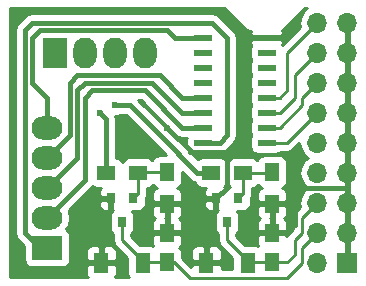
<source format=gbr>
%TF.GenerationSoftware,KiCad,Pcbnew,4.0.7*%
%TF.CreationDate,2018-08-19T23:23:26+02:00*%
%TF.ProjectId,HB-UNI-644-S4-A4,48422D554E492D3634342D53342D4134,2.0*%
%TF.FileFunction,Copper,L1,Top,Signal*%
%FSLAX46Y46*%
G04 Gerber Fmt 4.6, Leading zero omitted, Abs format (unit mm)*
G04 Created by KiCad (PCBNEW 4.0.7) date 08/19/18 23:23:26*
%MOMM*%
%LPD*%
G01*
G04 APERTURE LIST*
%ADD10C,0.100000*%
%ADD11R,1.700000X1.700000*%
%ADD12O,1.700000X1.700000*%
%ADD13R,1.250000X1.500000*%
%ADD14R,1.300000X1.700000*%
%ADD15R,2.000000X2.600000*%
%ADD16O,2.000000X2.600000*%
%ADD17R,2.600000X2.000000*%
%ADD18O,2.600000X2.000000*%
%ADD19R,0.800000X0.900000*%
%ADD20R,1.300000X1.500000*%
%ADD21R,1.500000X1.300000*%
%ADD22R,1.500000X0.600000*%
%ADD23C,0.600000*%
%ADD24C,0.400000*%
%ADD25C,0.250000*%
%ADD26C,0.254000*%
G04 APERTURE END LIST*
D10*
D11*
X118110000Y-104140000D03*
D12*
X115570000Y-104140000D03*
X118110000Y-101600000D03*
X115570000Y-101600000D03*
X118110000Y-99060000D03*
X115570000Y-99060000D03*
X118110000Y-96520000D03*
X115570000Y-96520000D03*
X118110000Y-93980000D03*
X115570000Y-93980000D03*
X118110000Y-91440000D03*
X115570000Y-91440000D03*
X118110000Y-88900000D03*
X115570000Y-88900000D03*
X118110000Y-86360000D03*
X115570000Y-86360000D03*
X118110000Y-83820000D03*
X115570000Y-83820000D03*
D13*
X102870000Y-104120000D03*
X102870000Y-101620000D03*
X111760000Y-104120000D03*
X111760000Y-101620000D03*
D14*
X100810000Y-104140000D03*
X97310000Y-104140000D03*
X109700000Y-104140000D03*
X106200000Y-104140000D03*
D15*
X93345000Y-86360000D03*
D16*
X95885000Y-86360000D03*
X98425000Y-86360000D03*
X100965000Y-86360000D03*
D17*
X92710000Y-102870000D03*
D18*
X92710000Y-100330000D03*
X92710000Y-97790000D03*
X92710000Y-95250000D03*
X92710000Y-92710000D03*
D19*
X100010000Y-98695000D03*
X98110000Y-98695000D03*
X99060000Y-100695000D03*
X108900000Y-98695000D03*
X107000000Y-98695000D03*
X107950000Y-100695000D03*
D20*
X102870000Y-96440000D03*
X102870000Y-99140000D03*
X111760000Y-96440000D03*
X111760000Y-99140000D03*
D21*
X97710000Y-96520000D03*
X100410000Y-96520000D03*
X106600000Y-96520000D03*
X109300000Y-96520000D03*
D22*
X111285000Y-93980000D03*
X111285000Y-92710000D03*
X111285000Y-91440000D03*
X111285000Y-90170000D03*
X111285000Y-88900000D03*
X111285000Y-87630000D03*
X111285000Y-86360000D03*
X111285000Y-85090000D03*
X105885000Y-85090000D03*
X105885000Y-86360000D03*
X105885000Y-87630000D03*
X105885000Y-88900000D03*
X105885000Y-90170000D03*
X105885000Y-91440000D03*
X105885000Y-92710000D03*
X105885000Y-93980000D03*
D23*
X113665000Y-84455000D03*
X96520000Y-98425000D03*
X95250000Y-104140000D03*
X95250000Y-100330000D03*
X99060000Y-104140000D03*
X113665000Y-100965000D03*
X113665000Y-97790000D03*
X105410000Y-101600000D03*
X105410000Y-99695000D03*
X99060000Y-92075000D03*
X99060000Y-94615000D03*
X101600000Y-99060000D03*
X113665000Y-95250000D03*
X109220000Y-92710000D03*
X102870000Y-92710000D03*
X109220000Y-90170000D03*
X109220000Y-87630000D03*
X109220000Y-85090000D03*
X97155000Y-91440000D03*
X98425000Y-90805000D03*
D24*
X98110000Y-98695000D02*
X96790000Y-98695000D01*
X96790000Y-98695000D02*
X96520000Y-98425000D01*
X95250000Y-100330000D02*
X95250000Y-104140000D01*
X113665000Y-97790000D02*
X113665000Y-100965000D01*
X118110000Y-96520000D02*
X118110000Y-97790000D01*
X118110000Y-97790000D02*
X113665000Y-97790000D01*
X105410000Y-99695000D02*
X105410000Y-101600000D01*
X102870000Y-99140000D02*
X101680000Y-99140000D01*
X101680000Y-99140000D02*
X101600000Y-99060000D01*
X107950000Y-94724998D02*
X107950000Y-97790000D01*
X107950000Y-97790000D02*
X107045000Y-98695000D01*
X107045000Y-98695000D02*
X107000000Y-98695000D01*
X109220000Y-94615000D02*
X109110002Y-94724998D01*
X109110002Y-94724998D02*
X107950000Y-94724998D01*
X107950000Y-94724998D02*
X104775000Y-94724998D01*
X109220000Y-92710000D02*
X109220000Y-94615000D01*
X104775000Y-94615000D02*
X102870000Y-92710000D01*
X104775000Y-94724998D02*
X104775000Y-94615000D01*
D25*
X102870000Y-96440000D02*
X100490000Y-96440000D01*
X100490000Y-96440000D02*
X100410000Y-96520000D01*
X100410000Y-96520000D02*
X100410000Y-98295000D01*
X100410000Y-98295000D02*
X100010000Y-98695000D01*
X109300000Y-96520000D02*
X111680000Y-96520000D01*
X111680000Y-96520000D02*
X111760000Y-96440000D01*
X109300000Y-96520000D02*
X109300000Y-98295000D01*
X109300000Y-98295000D02*
X108900000Y-98695000D01*
X102870000Y-104120000D02*
X103485000Y-104120000D01*
X103485000Y-104120000D02*
X104775000Y-105410000D01*
X114300000Y-102870000D02*
X115570000Y-101600000D01*
X114300000Y-104140000D02*
X114300000Y-102870000D01*
X113030000Y-105410000D02*
X114300000Y-104140000D01*
X104775000Y-105410000D02*
X113030000Y-105410000D01*
X102870000Y-104120000D02*
X100830000Y-104120000D01*
X100830000Y-104120000D02*
X100810000Y-104140000D01*
X100810000Y-104140000D02*
X100810000Y-103985000D01*
X100810000Y-103985000D02*
X99060000Y-102235000D01*
X99060000Y-102235000D02*
X99060000Y-100695000D01*
X113665000Y-102235000D02*
X114300000Y-101600000D01*
X114300000Y-100330000D02*
X115570000Y-99060000D01*
X114300000Y-101600000D02*
X114300000Y-100330000D01*
X111760000Y-104120000D02*
X113050000Y-104120000D01*
X113665000Y-103505000D02*
X113665000Y-102235000D01*
X113050000Y-104120000D02*
X113665000Y-103505000D01*
X111760000Y-104120000D02*
X111780000Y-104120000D01*
X111760000Y-104120000D02*
X109720000Y-104120000D01*
X109720000Y-104120000D02*
X109700000Y-104140000D01*
X109700000Y-104140000D02*
X109700000Y-103985000D01*
X109700000Y-103985000D02*
X107950000Y-102235000D01*
X107950000Y-102235000D02*
X107950000Y-100695000D01*
X111285000Y-93980000D02*
X113030000Y-93980000D01*
X113030000Y-93980000D02*
X115570000Y-91440000D01*
X111285000Y-92710000D02*
X112395000Y-92710000D01*
X114300000Y-90170000D02*
X115570000Y-88900000D01*
X114300000Y-90805000D02*
X114300000Y-90170000D01*
X112395000Y-92710000D02*
X114300000Y-90805000D01*
X111285000Y-91440000D02*
X112395000Y-91440000D01*
X113665000Y-88265000D02*
X115570000Y-86360000D01*
X113665000Y-90170000D02*
X113665000Y-88265000D01*
X112395000Y-91440000D02*
X113665000Y-90170000D01*
X115570000Y-83820000D02*
X113665000Y-85725000D01*
X112395000Y-90170000D02*
X113030000Y-89535000D01*
X113030000Y-89535000D02*
X113030000Y-86995000D01*
X112395000Y-90170000D02*
X111285000Y-90170000D01*
X113030000Y-86360000D02*
X113030000Y-86995000D01*
X113665000Y-85725000D02*
X113030000Y-86360000D01*
D24*
X97710000Y-91995000D02*
X97710000Y-96520000D01*
X97155000Y-91440000D02*
X97710000Y-91995000D01*
X98425000Y-90805000D02*
X99695000Y-90805000D01*
X99695000Y-90805000D02*
X102235000Y-93345000D01*
X106600000Y-96520000D02*
X105410000Y-96520000D01*
X105410000Y-96520000D02*
X102235000Y-93345000D01*
D25*
X106600000Y-96520000D02*
X106600000Y-96440000D01*
D24*
X92710000Y-102870000D02*
X92075000Y-102870000D01*
X92075000Y-102870000D02*
X90805000Y-101600000D01*
X90805000Y-101600000D02*
X90805000Y-84455000D01*
X90805000Y-84455000D02*
X91440000Y-83820000D01*
X91440000Y-83820000D02*
X106680000Y-83820000D01*
X106680000Y-83820000D02*
X107950000Y-85090000D01*
X107950000Y-85090000D02*
X107950000Y-93345000D01*
X107950000Y-93345000D02*
X107315000Y-93980000D01*
X107315000Y-93980000D02*
X105885000Y-93980000D01*
D25*
X106680000Y-83820000D02*
X107315000Y-84455000D01*
X107315000Y-84455000D02*
X107950000Y-85090000D01*
X90805000Y-84455000D02*
X90805000Y-101600000D01*
X105885000Y-93980000D02*
X107315000Y-93980000D01*
X107315000Y-93980000D02*
X107950000Y-93345000D01*
X107950000Y-93345000D02*
X107950000Y-85090000D01*
X92075000Y-102870000D02*
X90805000Y-101600000D01*
X90805000Y-84455000D02*
X91440000Y-83820000D01*
X91440000Y-83820000D02*
X106680000Y-83820000D01*
D24*
X96520000Y-89535000D02*
X97790000Y-89535000D01*
X92710000Y-100330000D02*
X95885000Y-97155000D01*
X95885000Y-97155000D02*
X95885000Y-90170000D01*
X95885000Y-90170000D02*
X96520000Y-89535000D01*
X100965000Y-89535000D02*
X97790000Y-89535000D01*
X105885000Y-92710000D02*
X104140000Y-92710000D01*
X104140000Y-92710000D02*
X100965000Y-89535000D01*
D25*
X95885000Y-90170000D02*
X96520000Y-89535000D01*
X95885000Y-97155000D02*
X95885000Y-90170000D01*
X100965000Y-89535000D02*
X104140000Y-92710000D01*
X97790000Y-89535000D02*
X100965000Y-89535000D01*
D24*
X105885000Y-91440000D02*
X104140000Y-91440000D01*
X104140000Y-91440000D02*
X101600000Y-88900000D01*
X101600000Y-88900000D02*
X95885000Y-88900000D01*
X95885000Y-88900000D02*
X95250000Y-89535000D01*
X95250000Y-89535000D02*
X95250000Y-95250000D01*
X95250000Y-95250000D02*
X92710000Y-97790000D01*
D25*
X101600000Y-88900000D02*
X95885000Y-88900000D01*
X104140000Y-91440000D02*
X101600000Y-88900000D01*
X95250000Y-95250000D02*
X92710000Y-97790000D01*
X95250000Y-89535000D02*
X95250000Y-95250000D01*
X95885000Y-88900000D02*
X95250000Y-89535000D01*
D24*
X94615000Y-93345000D02*
X94615000Y-88900000D01*
X94615000Y-88900000D02*
X95250000Y-88265000D01*
X95250000Y-88265000D02*
X102235000Y-88265000D01*
X102235000Y-88265000D02*
X104140000Y-90170000D01*
X104140000Y-90170000D02*
X105885000Y-90170000D01*
X92710000Y-95250000D02*
X93980000Y-93980000D01*
X93980000Y-93980000D02*
X94615000Y-93345000D01*
D25*
X104140000Y-90170000D02*
X105885000Y-90170000D01*
X102235000Y-88265000D02*
X104140000Y-90170000D01*
X95250000Y-88265000D02*
X102235000Y-88265000D01*
X94615000Y-88900000D02*
X95250000Y-88265000D01*
D24*
X92710000Y-92710000D02*
X92710000Y-90170000D01*
X92710000Y-90170000D02*
X91440000Y-88900000D01*
X91440000Y-88900000D02*
X91440000Y-85090000D01*
X91440000Y-85090000D02*
X92075000Y-84455000D01*
X92075000Y-84455000D02*
X102870000Y-84455000D01*
X102870000Y-84455000D02*
X103505000Y-85090000D01*
X103505000Y-85090000D02*
X105885000Y-85090000D01*
D25*
X103505000Y-85090000D02*
X105885000Y-85090000D01*
X102870000Y-84455000D02*
X103505000Y-85090000D01*
X92075000Y-84455000D02*
X102870000Y-84455000D01*
X91440000Y-85090000D02*
X92075000Y-84455000D01*
X91440000Y-88900000D02*
X91440000Y-85090000D01*
X92710000Y-90170000D02*
X91440000Y-88900000D01*
D26*
G36*
X109370632Y-84304368D02*
X109592862Y-84452857D01*
X109855000Y-84505000D01*
X109965732Y-84505000D01*
X109900000Y-84663690D01*
X109900000Y-84804250D01*
X110058750Y-84963000D01*
X111158000Y-84963000D01*
X111158000Y-84943000D01*
X111412000Y-84943000D01*
X111412000Y-84963000D01*
X112511250Y-84963000D01*
X112670000Y-84804250D01*
X112670000Y-84663690D01*
X112588339Y-84466542D01*
X112657138Y-84452857D01*
X112879368Y-84304368D01*
X114583736Y-82600000D01*
X114745196Y-82600000D01*
X114490853Y-82769946D01*
X114168946Y-83251715D01*
X114055907Y-83820000D01*
X114128790Y-84186408D01*
X112580353Y-85734845D01*
X112579822Y-85734020D01*
X112670000Y-85516310D01*
X112670000Y-85375750D01*
X112511250Y-85217000D01*
X111412000Y-85217000D01*
X111412000Y-85237000D01*
X111158000Y-85237000D01*
X111158000Y-85217000D01*
X110058750Y-85217000D01*
X109900000Y-85375750D01*
X109900000Y-85516310D01*
X109989806Y-85733122D01*
X109938569Y-85808110D01*
X109887560Y-86060000D01*
X109887560Y-86660000D01*
X109931838Y-86895317D01*
X109995678Y-86994528D01*
X109938569Y-87078110D01*
X109887560Y-87330000D01*
X109887560Y-87930000D01*
X109931838Y-88165317D01*
X109995678Y-88264528D01*
X109938569Y-88348110D01*
X109887560Y-88600000D01*
X109887560Y-89200000D01*
X109931838Y-89435317D01*
X109995678Y-89534528D01*
X109938569Y-89618110D01*
X109887560Y-89870000D01*
X109887560Y-90470000D01*
X109931838Y-90705317D01*
X109995678Y-90804528D01*
X109938569Y-90888110D01*
X109887560Y-91140000D01*
X109887560Y-91740000D01*
X109931838Y-91975317D01*
X109995678Y-92074528D01*
X109938569Y-92158110D01*
X109887560Y-92410000D01*
X109887560Y-93010000D01*
X109931838Y-93245317D01*
X109995678Y-93344528D01*
X109938569Y-93428110D01*
X109887560Y-93680000D01*
X109887560Y-94280000D01*
X109931838Y-94515317D01*
X110070910Y-94731441D01*
X110283110Y-94876431D01*
X110535000Y-94927440D01*
X112035000Y-94927440D01*
X112270317Y-94883162D01*
X112486441Y-94744090D01*
X112489236Y-94740000D01*
X113030000Y-94740000D01*
X113320839Y-94682148D01*
X113567401Y-94517401D01*
X114064019Y-94020783D01*
X114168946Y-94548285D01*
X114490853Y-95030054D01*
X114820026Y-95250000D01*
X114490853Y-95469946D01*
X114168946Y-95951715D01*
X114055907Y-96520000D01*
X114168946Y-97088285D01*
X114490853Y-97570054D01*
X114820026Y-97790000D01*
X114490853Y-98009946D01*
X114168946Y-98491715D01*
X114055907Y-99060000D01*
X114128790Y-99426408D01*
X113762599Y-99792599D01*
X113597852Y-100039161D01*
X113540000Y-100330000D01*
X113540000Y-101285198D01*
X113127599Y-101697599D01*
X113001128Y-101886878D01*
X112861250Y-101747000D01*
X111887000Y-101747000D01*
X111887000Y-101767000D01*
X111633000Y-101767000D01*
X111633000Y-101747000D01*
X110658750Y-101747000D01*
X110500000Y-101905750D01*
X110500000Y-102496309D01*
X110579860Y-102689108D01*
X110350000Y-102642560D01*
X109432362Y-102642560D01*
X108710000Y-101920198D01*
X108710000Y-101667931D01*
X108801441Y-101609090D01*
X108946431Y-101396890D01*
X108997440Y-101145000D01*
X108997440Y-100245000D01*
X108953162Y-100009683D01*
X108814090Y-99793559D01*
X108812452Y-99792440D01*
X109300000Y-99792440D01*
X109535317Y-99748162D01*
X109751441Y-99609090D01*
X109876711Y-99425750D01*
X110475000Y-99425750D01*
X110475000Y-100016309D01*
X110571673Y-100249698D01*
X110714474Y-100392500D01*
X110596673Y-100510302D01*
X110500000Y-100743691D01*
X110500000Y-101334250D01*
X110658750Y-101493000D01*
X111633000Y-101493000D01*
X111633000Y-100393750D01*
X111619250Y-100380000D01*
X111633000Y-100366250D01*
X111633000Y-99267000D01*
X111887000Y-99267000D01*
X111887000Y-100366250D01*
X111900750Y-100380000D01*
X111887000Y-100393750D01*
X111887000Y-101493000D01*
X112861250Y-101493000D01*
X113020000Y-101334250D01*
X113020000Y-100743691D01*
X112923327Y-100510302D01*
X112805526Y-100392500D01*
X112948327Y-100249698D01*
X113045000Y-100016309D01*
X113045000Y-99425750D01*
X112886250Y-99267000D01*
X111887000Y-99267000D01*
X111633000Y-99267000D01*
X110633750Y-99267000D01*
X110475000Y-99425750D01*
X109876711Y-99425750D01*
X109896431Y-99396890D01*
X109947440Y-99145000D01*
X109947440Y-98667716D01*
X110002148Y-98585840D01*
X110020784Y-98492148D01*
X110060000Y-98295000D01*
X110060000Y-97815558D01*
X110285317Y-97773162D01*
X110501441Y-97634090D01*
X110573406Y-97528766D01*
X110645910Y-97641441D01*
X110858110Y-97786431D01*
X110891490Y-97793191D01*
X110750301Y-97851673D01*
X110571673Y-98030302D01*
X110475000Y-98263691D01*
X110475000Y-98854250D01*
X110633750Y-99013000D01*
X111633000Y-99013000D01*
X111633000Y-98993000D01*
X111887000Y-98993000D01*
X111887000Y-99013000D01*
X112886250Y-99013000D01*
X113045000Y-98854250D01*
X113045000Y-98263691D01*
X112948327Y-98030302D01*
X112769699Y-97851673D01*
X112633713Y-97795346D01*
X112645317Y-97793162D01*
X112861441Y-97654090D01*
X113006431Y-97441890D01*
X113057440Y-97190000D01*
X113057440Y-95690000D01*
X113013162Y-95454683D01*
X112874090Y-95238559D01*
X112661890Y-95093569D01*
X112410000Y-95042560D01*
X111110000Y-95042560D01*
X110874683Y-95086838D01*
X110658559Y-95225910D01*
X110520316Y-95428235D01*
X110514090Y-95418559D01*
X110301890Y-95273569D01*
X110050000Y-95222560D01*
X108550000Y-95222560D01*
X108314683Y-95266838D01*
X108098559Y-95405910D01*
X107953569Y-95618110D01*
X107950919Y-95631197D01*
X107814090Y-95418559D01*
X107601890Y-95273569D01*
X107350000Y-95222560D01*
X105850000Y-95222560D01*
X105614683Y-95266838D01*
X105446152Y-95375284D01*
X104963598Y-94892730D01*
X105135000Y-94927440D01*
X106635000Y-94927440D01*
X106870317Y-94883162D01*
X106976244Y-94815000D01*
X107315000Y-94815000D01*
X107634541Y-94751439D01*
X107905434Y-94570434D01*
X108540434Y-93935434D01*
X108721440Y-93664540D01*
X108785000Y-93345000D01*
X108785000Y-85090000D01*
X108721439Y-84770459D01*
X108540434Y-84499566D01*
X107270434Y-83229566D01*
X106999541Y-83048561D01*
X106680000Y-82985000D01*
X91440000Y-82985000D01*
X91120460Y-83048560D01*
X90849566Y-83229566D01*
X90214566Y-83864566D01*
X90033561Y-84135459D01*
X89970000Y-84455000D01*
X89970000Y-101600000D01*
X90033561Y-101919541D01*
X90199477Y-102167852D01*
X90214566Y-102190434D01*
X90762560Y-102738428D01*
X90762560Y-103870000D01*
X90806838Y-104105317D01*
X90945910Y-104321441D01*
X91158110Y-104466431D01*
X91410000Y-104517440D01*
X94010000Y-104517440D01*
X94245317Y-104473162D01*
X94461441Y-104334090D01*
X94606431Y-104121890D01*
X94657440Y-103870000D01*
X94657440Y-103163690D01*
X96025000Y-103163690D01*
X96025000Y-103854250D01*
X96183750Y-104013000D01*
X97183000Y-104013000D01*
X97183000Y-102813750D01*
X97437000Y-102813750D01*
X97437000Y-104013000D01*
X98436250Y-104013000D01*
X98595000Y-103854250D01*
X98595000Y-103163690D01*
X98498327Y-102930301D01*
X98319698Y-102751673D01*
X98086309Y-102655000D01*
X97595750Y-102655000D01*
X97437000Y-102813750D01*
X97183000Y-102813750D01*
X97024250Y-102655000D01*
X96533691Y-102655000D01*
X96300302Y-102751673D01*
X96121673Y-102930301D01*
X96025000Y-103163690D01*
X94657440Y-103163690D01*
X94657440Y-101870000D01*
X94613162Y-101634683D01*
X94474090Y-101418559D01*
X94319671Y-101313049D01*
X94558452Y-100955687D01*
X94682909Y-100330000D01*
X94558452Y-99704313D01*
X94541670Y-99679198D01*
X95240118Y-98980750D01*
X97075000Y-98980750D01*
X97075000Y-99271309D01*
X97171673Y-99504698D01*
X97350301Y-99683327D01*
X97583690Y-99780000D01*
X97824250Y-99780000D01*
X97983000Y-99621250D01*
X97983000Y-98822000D01*
X97233750Y-98822000D01*
X97075000Y-98980750D01*
X95240118Y-98980750D01*
X96475434Y-97745434D01*
X96501333Y-97706673D01*
X96538733Y-97650701D01*
X96708110Y-97766431D01*
X96960000Y-97817440D01*
X97239535Y-97817440D01*
X97171673Y-97885302D01*
X97075000Y-98118691D01*
X97075000Y-98409250D01*
X97233750Y-98568000D01*
X97983000Y-98568000D01*
X97983000Y-98548000D01*
X98237000Y-98548000D01*
X98237000Y-98568000D01*
X98257000Y-98568000D01*
X98257000Y-98822000D01*
X98237000Y-98822000D01*
X98237000Y-99621250D01*
X98323012Y-99707262D01*
X98208559Y-99780910D01*
X98063569Y-99993110D01*
X98012560Y-100245000D01*
X98012560Y-101145000D01*
X98056838Y-101380317D01*
X98195910Y-101596441D01*
X98300000Y-101667563D01*
X98300000Y-102235000D01*
X98357852Y-102525839D01*
X98522599Y-102772401D01*
X99512560Y-103762362D01*
X99512560Y-104990000D01*
X99556838Y-105225317D01*
X99643504Y-105360000D01*
X98488026Y-105360000D01*
X98498327Y-105349699D01*
X98595000Y-105116310D01*
X98595000Y-104425750D01*
X98436250Y-104267000D01*
X97437000Y-104267000D01*
X97437000Y-104287000D01*
X97183000Y-104287000D01*
X97183000Y-104267000D01*
X96183750Y-104267000D01*
X96025000Y-104425750D01*
X96025000Y-105116310D01*
X96121673Y-105349699D01*
X96131974Y-105360000D01*
X89585000Y-105360000D01*
X89585000Y-82600000D01*
X107666264Y-82600000D01*
X109370632Y-84304368D01*
X109370632Y-84304368D01*
G37*
X109370632Y-84304368D02*
X109592862Y-84452857D01*
X109855000Y-84505000D01*
X109965732Y-84505000D01*
X109900000Y-84663690D01*
X109900000Y-84804250D01*
X110058750Y-84963000D01*
X111158000Y-84963000D01*
X111158000Y-84943000D01*
X111412000Y-84943000D01*
X111412000Y-84963000D01*
X112511250Y-84963000D01*
X112670000Y-84804250D01*
X112670000Y-84663690D01*
X112588339Y-84466542D01*
X112657138Y-84452857D01*
X112879368Y-84304368D01*
X114583736Y-82600000D01*
X114745196Y-82600000D01*
X114490853Y-82769946D01*
X114168946Y-83251715D01*
X114055907Y-83820000D01*
X114128790Y-84186408D01*
X112580353Y-85734845D01*
X112579822Y-85734020D01*
X112670000Y-85516310D01*
X112670000Y-85375750D01*
X112511250Y-85217000D01*
X111412000Y-85217000D01*
X111412000Y-85237000D01*
X111158000Y-85237000D01*
X111158000Y-85217000D01*
X110058750Y-85217000D01*
X109900000Y-85375750D01*
X109900000Y-85516310D01*
X109989806Y-85733122D01*
X109938569Y-85808110D01*
X109887560Y-86060000D01*
X109887560Y-86660000D01*
X109931838Y-86895317D01*
X109995678Y-86994528D01*
X109938569Y-87078110D01*
X109887560Y-87330000D01*
X109887560Y-87930000D01*
X109931838Y-88165317D01*
X109995678Y-88264528D01*
X109938569Y-88348110D01*
X109887560Y-88600000D01*
X109887560Y-89200000D01*
X109931838Y-89435317D01*
X109995678Y-89534528D01*
X109938569Y-89618110D01*
X109887560Y-89870000D01*
X109887560Y-90470000D01*
X109931838Y-90705317D01*
X109995678Y-90804528D01*
X109938569Y-90888110D01*
X109887560Y-91140000D01*
X109887560Y-91740000D01*
X109931838Y-91975317D01*
X109995678Y-92074528D01*
X109938569Y-92158110D01*
X109887560Y-92410000D01*
X109887560Y-93010000D01*
X109931838Y-93245317D01*
X109995678Y-93344528D01*
X109938569Y-93428110D01*
X109887560Y-93680000D01*
X109887560Y-94280000D01*
X109931838Y-94515317D01*
X110070910Y-94731441D01*
X110283110Y-94876431D01*
X110535000Y-94927440D01*
X112035000Y-94927440D01*
X112270317Y-94883162D01*
X112486441Y-94744090D01*
X112489236Y-94740000D01*
X113030000Y-94740000D01*
X113320839Y-94682148D01*
X113567401Y-94517401D01*
X114064019Y-94020783D01*
X114168946Y-94548285D01*
X114490853Y-95030054D01*
X114820026Y-95250000D01*
X114490853Y-95469946D01*
X114168946Y-95951715D01*
X114055907Y-96520000D01*
X114168946Y-97088285D01*
X114490853Y-97570054D01*
X114820026Y-97790000D01*
X114490853Y-98009946D01*
X114168946Y-98491715D01*
X114055907Y-99060000D01*
X114128790Y-99426408D01*
X113762599Y-99792599D01*
X113597852Y-100039161D01*
X113540000Y-100330000D01*
X113540000Y-101285198D01*
X113127599Y-101697599D01*
X113001128Y-101886878D01*
X112861250Y-101747000D01*
X111887000Y-101747000D01*
X111887000Y-101767000D01*
X111633000Y-101767000D01*
X111633000Y-101747000D01*
X110658750Y-101747000D01*
X110500000Y-101905750D01*
X110500000Y-102496309D01*
X110579860Y-102689108D01*
X110350000Y-102642560D01*
X109432362Y-102642560D01*
X108710000Y-101920198D01*
X108710000Y-101667931D01*
X108801441Y-101609090D01*
X108946431Y-101396890D01*
X108997440Y-101145000D01*
X108997440Y-100245000D01*
X108953162Y-100009683D01*
X108814090Y-99793559D01*
X108812452Y-99792440D01*
X109300000Y-99792440D01*
X109535317Y-99748162D01*
X109751441Y-99609090D01*
X109876711Y-99425750D01*
X110475000Y-99425750D01*
X110475000Y-100016309D01*
X110571673Y-100249698D01*
X110714474Y-100392500D01*
X110596673Y-100510302D01*
X110500000Y-100743691D01*
X110500000Y-101334250D01*
X110658750Y-101493000D01*
X111633000Y-101493000D01*
X111633000Y-100393750D01*
X111619250Y-100380000D01*
X111633000Y-100366250D01*
X111633000Y-99267000D01*
X111887000Y-99267000D01*
X111887000Y-100366250D01*
X111900750Y-100380000D01*
X111887000Y-100393750D01*
X111887000Y-101493000D01*
X112861250Y-101493000D01*
X113020000Y-101334250D01*
X113020000Y-100743691D01*
X112923327Y-100510302D01*
X112805526Y-100392500D01*
X112948327Y-100249698D01*
X113045000Y-100016309D01*
X113045000Y-99425750D01*
X112886250Y-99267000D01*
X111887000Y-99267000D01*
X111633000Y-99267000D01*
X110633750Y-99267000D01*
X110475000Y-99425750D01*
X109876711Y-99425750D01*
X109896431Y-99396890D01*
X109947440Y-99145000D01*
X109947440Y-98667716D01*
X110002148Y-98585840D01*
X110020784Y-98492148D01*
X110060000Y-98295000D01*
X110060000Y-97815558D01*
X110285317Y-97773162D01*
X110501441Y-97634090D01*
X110573406Y-97528766D01*
X110645910Y-97641441D01*
X110858110Y-97786431D01*
X110891490Y-97793191D01*
X110750301Y-97851673D01*
X110571673Y-98030302D01*
X110475000Y-98263691D01*
X110475000Y-98854250D01*
X110633750Y-99013000D01*
X111633000Y-99013000D01*
X111633000Y-98993000D01*
X111887000Y-98993000D01*
X111887000Y-99013000D01*
X112886250Y-99013000D01*
X113045000Y-98854250D01*
X113045000Y-98263691D01*
X112948327Y-98030302D01*
X112769699Y-97851673D01*
X112633713Y-97795346D01*
X112645317Y-97793162D01*
X112861441Y-97654090D01*
X113006431Y-97441890D01*
X113057440Y-97190000D01*
X113057440Y-95690000D01*
X113013162Y-95454683D01*
X112874090Y-95238559D01*
X112661890Y-95093569D01*
X112410000Y-95042560D01*
X111110000Y-95042560D01*
X110874683Y-95086838D01*
X110658559Y-95225910D01*
X110520316Y-95428235D01*
X110514090Y-95418559D01*
X110301890Y-95273569D01*
X110050000Y-95222560D01*
X108550000Y-95222560D01*
X108314683Y-95266838D01*
X108098559Y-95405910D01*
X107953569Y-95618110D01*
X107950919Y-95631197D01*
X107814090Y-95418559D01*
X107601890Y-95273569D01*
X107350000Y-95222560D01*
X105850000Y-95222560D01*
X105614683Y-95266838D01*
X105446152Y-95375284D01*
X104963598Y-94892730D01*
X105135000Y-94927440D01*
X106635000Y-94927440D01*
X106870317Y-94883162D01*
X106976244Y-94815000D01*
X107315000Y-94815000D01*
X107634541Y-94751439D01*
X107905434Y-94570434D01*
X108540434Y-93935434D01*
X108721440Y-93664540D01*
X108785000Y-93345000D01*
X108785000Y-85090000D01*
X108721439Y-84770459D01*
X108540434Y-84499566D01*
X107270434Y-83229566D01*
X106999541Y-83048561D01*
X106680000Y-82985000D01*
X91440000Y-82985000D01*
X91120460Y-83048560D01*
X90849566Y-83229566D01*
X90214566Y-83864566D01*
X90033561Y-84135459D01*
X89970000Y-84455000D01*
X89970000Y-101600000D01*
X90033561Y-101919541D01*
X90199477Y-102167852D01*
X90214566Y-102190434D01*
X90762560Y-102738428D01*
X90762560Y-103870000D01*
X90806838Y-104105317D01*
X90945910Y-104321441D01*
X91158110Y-104466431D01*
X91410000Y-104517440D01*
X94010000Y-104517440D01*
X94245317Y-104473162D01*
X94461441Y-104334090D01*
X94606431Y-104121890D01*
X94657440Y-103870000D01*
X94657440Y-103163690D01*
X96025000Y-103163690D01*
X96025000Y-103854250D01*
X96183750Y-104013000D01*
X97183000Y-104013000D01*
X97183000Y-102813750D01*
X97437000Y-102813750D01*
X97437000Y-104013000D01*
X98436250Y-104013000D01*
X98595000Y-103854250D01*
X98595000Y-103163690D01*
X98498327Y-102930301D01*
X98319698Y-102751673D01*
X98086309Y-102655000D01*
X97595750Y-102655000D01*
X97437000Y-102813750D01*
X97183000Y-102813750D01*
X97024250Y-102655000D01*
X96533691Y-102655000D01*
X96300302Y-102751673D01*
X96121673Y-102930301D01*
X96025000Y-103163690D01*
X94657440Y-103163690D01*
X94657440Y-101870000D01*
X94613162Y-101634683D01*
X94474090Y-101418559D01*
X94319671Y-101313049D01*
X94558452Y-100955687D01*
X94682909Y-100330000D01*
X94558452Y-99704313D01*
X94541670Y-99679198D01*
X95240118Y-98980750D01*
X97075000Y-98980750D01*
X97075000Y-99271309D01*
X97171673Y-99504698D01*
X97350301Y-99683327D01*
X97583690Y-99780000D01*
X97824250Y-99780000D01*
X97983000Y-99621250D01*
X97983000Y-98822000D01*
X97233750Y-98822000D01*
X97075000Y-98980750D01*
X95240118Y-98980750D01*
X96475434Y-97745434D01*
X96501333Y-97706673D01*
X96538733Y-97650701D01*
X96708110Y-97766431D01*
X96960000Y-97817440D01*
X97239535Y-97817440D01*
X97171673Y-97885302D01*
X97075000Y-98118691D01*
X97075000Y-98409250D01*
X97233750Y-98568000D01*
X97983000Y-98568000D01*
X97983000Y-98548000D01*
X98237000Y-98548000D01*
X98237000Y-98568000D01*
X98257000Y-98568000D01*
X98257000Y-98822000D01*
X98237000Y-98822000D01*
X98237000Y-99621250D01*
X98323012Y-99707262D01*
X98208559Y-99780910D01*
X98063569Y-99993110D01*
X98012560Y-100245000D01*
X98012560Y-101145000D01*
X98056838Y-101380317D01*
X98195910Y-101596441D01*
X98300000Y-101667563D01*
X98300000Y-102235000D01*
X98357852Y-102525839D01*
X98522599Y-102772401D01*
X99512560Y-103762362D01*
X99512560Y-104990000D01*
X99556838Y-105225317D01*
X99643504Y-105360000D01*
X98488026Y-105360000D01*
X98498327Y-105349699D01*
X98595000Y-105116310D01*
X98595000Y-104425750D01*
X98436250Y-104267000D01*
X97437000Y-104267000D01*
X97437000Y-104287000D01*
X97183000Y-104287000D01*
X97183000Y-104267000D01*
X96183750Y-104267000D01*
X96025000Y-104425750D01*
X96025000Y-105116310D01*
X96121673Y-105349699D01*
X96131974Y-105360000D01*
X89585000Y-105360000D01*
X89585000Y-82600000D01*
X107666264Y-82600000D01*
X109370632Y-84304368D01*
G36*
X104819566Y-97110434D02*
X105090459Y-97291439D01*
X105230658Y-97319326D01*
X105246838Y-97405317D01*
X105385910Y-97621441D01*
X105598110Y-97766431D01*
X105850000Y-97817440D01*
X106129535Y-97817440D01*
X106061673Y-97885302D01*
X105965000Y-98118691D01*
X105965000Y-98409250D01*
X106123750Y-98568000D01*
X106873000Y-98568000D01*
X106873000Y-98548000D01*
X107127000Y-98548000D01*
X107127000Y-98568000D01*
X107147000Y-98568000D01*
X107147000Y-98822000D01*
X107127000Y-98822000D01*
X107127000Y-99621250D01*
X107213012Y-99707262D01*
X107098559Y-99780910D01*
X106953569Y-99993110D01*
X106902560Y-100245000D01*
X106902560Y-101145000D01*
X106946838Y-101380317D01*
X107085910Y-101596441D01*
X107190000Y-101667563D01*
X107190000Y-102235000D01*
X107247852Y-102525839D01*
X107412599Y-102772401D01*
X108402560Y-103762362D01*
X108402560Y-104650000D01*
X107485000Y-104650000D01*
X107485000Y-104425750D01*
X107326250Y-104267000D01*
X106327000Y-104267000D01*
X106327000Y-104287000D01*
X106073000Y-104287000D01*
X106073000Y-104267000D01*
X105073750Y-104267000D01*
X104915000Y-104425750D01*
X104915000Y-104475197D01*
X104142440Y-103702638D01*
X104142440Y-103370000D01*
X104103621Y-103163690D01*
X104915000Y-103163690D01*
X104915000Y-103854250D01*
X105073750Y-104013000D01*
X106073000Y-104013000D01*
X106073000Y-102813750D01*
X106327000Y-102813750D01*
X106327000Y-104013000D01*
X107326250Y-104013000D01*
X107485000Y-103854250D01*
X107485000Y-103163690D01*
X107388327Y-102930301D01*
X107209698Y-102751673D01*
X106976309Y-102655000D01*
X106485750Y-102655000D01*
X106327000Y-102813750D01*
X106073000Y-102813750D01*
X105914250Y-102655000D01*
X105423691Y-102655000D01*
X105190302Y-102751673D01*
X105011673Y-102930301D01*
X104915000Y-103163690D01*
X104103621Y-103163690D01*
X104098162Y-103134683D01*
X103959090Y-102918559D01*
X103890994Y-102872031D01*
X104033327Y-102729698D01*
X104130000Y-102496309D01*
X104130000Y-101905750D01*
X103971250Y-101747000D01*
X102997000Y-101747000D01*
X102997000Y-101767000D01*
X102743000Y-101767000D01*
X102743000Y-101747000D01*
X101768750Y-101747000D01*
X101610000Y-101905750D01*
X101610000Y-102496309D01*
X101689860Y-102689108D01*
X101460000Y-102642560D01*
X100542362Y-102642560D01*
X99820000Y-101920198D01*
X99820000Y-101667931D01*
X99911441Y-101609090D01*
X100056431Y-101396890D01*
X100107440Y-101145000D01*
X100107440Y-100245000D01*
X100063162Y-100009683D01*
X99924090Y-99793559D01*
X99922452Y-99792440D01*
X100410000Y-99792440D01*
X100645317Y-99748162D01*
X100861441Y-99609090D01*
X100986711Y-99425750D01*
X101585000Y-99425750D01*
X101585000Y-100016309D01*
X101681673Y-100249698D01*
X101824474Y-100392500D01*
X101706673Y-100510302D01*
X101610000Y-100743691D01*
X101610000Y-101334250D01*
X101768750Y-101493000D01*
X102743000Y-101493000D01*
X102743000Y-100393750D01*
X102729250Y-100380000D01*
X102743000Y-100366250D01*
X102743000Y-99267000D01*
X102997000Y-99267000D01*
X102997000Y-100366250D01*
X103010750Y-100380000D01*
X102997000Y-100393750D01*
X102997000Y-101493000D01*
X103971250Y-101493000D01*
X104130000Y-101334250D01*
X104130000Y-100743691D01*
X104033327Y-100510302D01*
X103915526Y-100392500D01*
X104058327Y-100249698D01*
X104155000Y-100016309D01*
X104155000Y-99425750D01*
X103996250Y-99267000D01*
X102997000Y-99267000D01*
X102743000Y-99267000D01*
X101743750Y-99267000D01*
X101585000Y-99425750D01*
X100986711Y-99425750D01*
X101006431Y-99396890D01*
X101057440Y-99145000D01*
X101057440Y-98667716D01*
X101112148Y-98585840D01*
X101130784Y-98492148D01*
X101170000Y-98295000D01*
X101170000Y-97815558D01*
X101395317Y-97773162D01*
X101611441Y-97634090D01*
X101683406Y-97528766D01*
X101755910Y-97641441D01*
X101968110Y-97786431D01*
X102001490Y-97793191D01*
X101860301Y-97851673D01*
X101681673Y-98030302D01*
X101585000Y-98263691D01*
X101585000Y-98854250D01*
X101743750Y-99013000D01*
X102743000Y-99013000D01*
X102743000Y-98993000D01*
X102997000Y-98993000D01*
X102997000Y-99013000D01*
X103996250Y-99013000D01*
X104028500Y-98980750D01*
X105965000Y-98980750D01*
X105965000Y-99271309D01*
X106061673Y-99504698D01*
X106240301Y-99683327D01*
X106473690Y-99780000D01*
X106714250Y-99780000D01*
X106873000Y-99621250D01*
X106873000Y-98822000D01*
X106123750Y-98822000D01*
X105965000Y-98980750D01*
X104028500Y-98980750D01*
X104155000Y-98854250D01*
X104155000Y-98263691D01*
X104058327Y-98030302D01*
X103879699Y-97851673D01*
X103743713Y-97795346D01*
X103755317Y-97793162D01*
X103971441Y-97654090D01*
X104116431Y-97441890D01*
X104167440Y-97190000D01*
X104167440Y-96458308D01*
X104819566Y-97110434D01*
X104819566Y-97110434D01*
G37*
X104819566Y-97110434D02*
X105090459Y-97291439D01*
X105230658Y-97319326D01*
X105246838Y-97405317D01*
X105385910Y-97621441D01*
X105598110Y-97766431D01*
X105850000Y-97817440D01*
X106129535Y-97817440D01*
X106061673Y-97885302D01*
X105965000Y-98118691D01*
X105965000Y-98409250D01*
X106123750Y-98568000D01*
X106873000Y-98568000D01*
X106873000Y-98548000D01*
X107127000Y-98548000D01*
X107127000Y-98568000D01*
X107147000Y-98568000D01*
X107147000Y-98822000D01*
X107127000Y-98822000D01*
X107127000Y-99621250D01*
X107213012Y-99707262D01*
X107098559Y-99780910D01*
X106953569Y-99993110D01*
X106902560Y-100245000D01*
X106902560Y-101145000D01*
X106946838Y-101380317D01*
X107085910Y-101596441D01*
X107190000Y-101667563D01*
X107190000Y-102235000D01*
X107247852Y-102525839D01*
X107412599Y-102772401D01*
X108402560Y-103762362D01*
X108402560Y-104650000D01*
X107485000Y-104650000D01*
X107485000Y-104425750D01*
X107326250Y-104267000D01*
X106327000Y-104267000D01*
X106327000Y-104287000D01*
X106073000Y-104287000D01*
X106073000Y-104267000D01*
X105073750Y-104267000D01*
X104915000Y-104425750D01*
X104915000Y-104475197D01*
X104142440Y-103702638D01*
X104142440Y-103370000D01*
X104103621Y-103163690D01*
X104915000Y-103163690D01*
X104915000Y-103854250D01*
X105073750Y-104013000D01*
X106073000Y-104013000D01*
X106073000Y-102813750D01*
X106327000Y-102813750D01*
X106327000Y-104013000D01*
X107326250Y-104013000D01*
X107485000Y-103854250D01*
X107485000Y-103163690D01*
X107388327Y-102930301D01*
X107209698Y-102751673D01*
X106976309Y-102655000D01*
X106485750Y-102655000D01*
X106327000Y-102813750D01*
X106073000Y-102813750D01*
X105914250Y-102655000D01*
X105423691Y-102655000D01*
X105190302Y-102751673D01*
X105011673Y-102930301D01*
X104915000Y-103163690D01*
X104103621Y-103163690D01*
X104098162Y-103134683D01*
X103959090Y-102918559D01*
X103890994Y-102872031D01*
X104033327Y-102729698D01*
X104130000Y-102496309D01*
X104130000Y-101905750D01*
X103971250Y-101747000D01*
X102997000Y-101747000D01*
X102997000Y-101767000D01*
X102743000Y-101767000D01*
X102743000Y-101747000D01*
X101768750Y-101747000D01*
X101610000Y-101905750D01*
X101610000Y-102496309D01*
X101689860Y-102689108D01*
X101460000Y-102642560D01*
X100542362Y-102642560D01*
X99820000Y-101920198D01*
X99820000Y-101667931D01*
X99911441Y-101609090D01*
X100056431Y-101396890D01*
X100107440Y-101145000D01*
X100107440Y-100245000D01*
X100063162Y-100009683D01*
X99924090Y-99793559D01*
X99922452Y-99792440D01*
X100410000Y-99792440D01*
X100645317Y-99748162D01*
X100861441Y-99609090D01*
X100986711Y-99425750D01*
X101585000Y-99425750D01*
X101585000Y-100016309D01*
X101681673Y-100249698D01*
X101824474Y-100392500D01*
X101706673Y-100510302D01*
X101610000Y-100743691D01*
X101610000Y-101334250D01*
X101768750Y-101493000D01*
X102743000Y-101493000D01*
X102743000Y-100393750D01*
X102729250Y-100380000D01*
X102743000Y-100366250D01*
X102743000Y-99267000D01*
X102997000Y-99267000D01*
X102997000Y-100366250D01*
X103010750Y-100380000D01*
X102997000Y-100393750D01*
X102997000Y-101493000D01*
X103971250Y-101493000D01*
X104130000Y-101334250D01*
X104130000Y-100743691D01*
X104033327Y-100510302D01*
X103915526Y-100392500D01*
X104058327Y-100249698D01*
X104155000Y-100016309D01*
X104155000Y-99425750D01*
X103996250Y-99267000D01*
X102997000Y-99267000D01*
X102743000Y-99267000D01*
X101743750Y-99267000D01*
X101585000Y-99425750D01*
X100986711Y-99425750D01*
X101006431Y-99396890D01*
X101057440Y-99145000D01*
X101057440Y-98667716D01*
X101112148Y-98585840D01*
X101130784Y-98492148D01*
X101170000Y-98295000D01*
X101170000Y-97815558D01*
X101395317Y-97773162D01*
X101611441Y-97634090D01*
X101683406Y-97528766D01*
X101755910Y-97641441D01*
X101968110Y-97786431D01*
X102001490Y-97793191D01*
X101860301Y-97851673D01*
X101681673Y-98030302D01*
X101585000Y-98263691D01*
X101585000Y-98854250D01*
X101743750Y-99013000D01*
X102743000Y-99013000D01*
X102743000Y-98993000D01*
X102997000Y-98993000D01*
X102997000Y-99013000D01*
X103996250Y-99013000D01*
X104028500Y-98980750D01*
X105965000Y-98980750D01*
X105965000Y-99271309D01*
X106061673Y-99504698D01*
X106240301Y-99683327D01*
X106473690Y-99780000D01*
X106714250Y-99780000D01*
X106873000Y-99621250D01*
X106873000Y-98822000D01*
X106123750Y-98822000D01*
X105965000Y-98980750D01*
X104028500Y-98980750D01*
X104155000Y-98854250D01*
X104155000Y-98263691D01*
X104058327Y-98030302D01*
X103879699Y-97851673D01*
X103743713Y-97795346D01*
X103755317Y-97793162D01*
X103971441Y-97654090D01*
X104116431Y-97441890D01*
X104167440Y-97190000D01*
X104167440Y-96458308D01*
X104819566Y-97110434D01*
G36*
X118237000Y-83693000D02*
X118257000Y-83693000D01*
X118257000Y-83947000D01*
X118237000Y-83947000D01*
X118237000Y-86233000D01*
X118257000Y-86233000D01*
X118257000Y-86487000D01*
X118237000Y-86487000D01*
X118237000Y-88773000D01*
X118257000Y-88773000D01*
X118257000Y-89027000D01*
X118237000Y-89027000D01*
X118237000Y-91313000D01*
X118257000Y-91313000D01*
X118257000Y-91567000D01*
X118237000Y-91567000D01*
X118237000Y-93853000D01*
X118257000Y-93853000D01*
X118257000Y-94107000D01*
X118237000Y-94107000D01*
X118237000Y-96393000D01*
X118257000Y-96393000D01*
X118257000Y-96647000D01*
X118237000Y-96647000D01*
X118237000Y-98933000D01*
X118257000Y-98933000D01*
X118257000Y-99187000D01*
X118237000Y-99187000D01*
X118237000Y-101473000D01*
X118257000Y-101473000D01*
X118257000Y-101727000D01*
X118237000Y-101727000D01*
X118237000Y-104013000D01*
X118257000Y-104013000D01*
X118257000Y-104267000D01*
X118237000Y-104267000D01*
X118237000Y-104287000D01*
X117983000Y-104287000D01*
X117983000Y-104267000D01*
X117963000Y-104267000D01*
X117963000Y-104013000D01*
X117983000Y-104013000D01*
X117983000Y-101727000D01*
X117963000Y-101727000D01*
X117963000Y-101473000D01*
X117983000Y-101473000D01*
X117983000Y-99187000D01*
X117963000Y-99187000D01*
X117963000Y-98933000D01*
X117983000Y-98933000D01*
X117983000Y-96647000D01*
X117963000Y-96647000D01*
X117963000Y-96393000D01*
X117983000Y-96393000D01*
X117983000Y-94107000D01*
X117963000Y-94107000D01*
X117963000Y-93853000D01*
X117983000Y-93853000D01*
X117983000Y-91567000D01*
X117963000Y-91567000D01*
X117963000Y-91313000D01*
X117983000Y-91313000D01*
X117983000Y-89027000D01*
X117963000Y-89027000D01*
X117963000Y-88773000D01*
X117983000Y-88773000D01*
X117983000Y-86487000D01*
X117963000Y-86487000D01*
X117963000Y-86233000D01*
X117983000Y-86233000D01*
X117983000Y-83947000D01*
X117963000Y-83947000D01*
X117963000Y-83693000D01*
X117983000Y-83693000D01*
X117983000Y-83673000D01*
X118237000Y-83673000D01*
X118237000Y-83693000D01*
X118237000Y-83693000D01*
G37*
X118237000Y-83693000D02*
X118257000Y-83693000D01*
X118257000Y-83947000D01*
X118237000Y-83947000D01*
X118237000Y-86233000D01*
X118257000Y-86233000D01*
X118257000Y-86487000D01*
X118237000Y-86487000D01*
X118237000Y-88773000D01*
X118257000Y-88773000D01*
X118257000Y-89027000D01*
X118237000Y-89027000D01*
X118237000Y-91313000D01*
X118257000Y-91313000D01*
X118257000Y-91567000D01*
X118237000Y-91567000D01*
X118237000Y-93853000D01*
X118257000Y-93853000D01*
X118257000Y-94107000D01*
X118237000Y-94107000D01*
X118237000Y-96393000D01*
X118257000Y-96393000D01*
X118257000Y-96647000D01*
X118237000Y-96647000D01*
X118237000Y-98933000D01*
X118257000Y-98933000D01*
X118257000Y-99187000D01*
X118237000Y-99187000D01*
X118237000Y-101473000D01*
X118257000Y-101473000D01*
X118257000Y-101727000D01*
X118237000Y-101727000D01*
X118237000Y-104013000D01*
X118257000Y-104013000D01*
X118257000Y-104267000D01*
X118237000Y-104267000D01*
X118237000Y-104287000D01*
X117983000Y-104287000D01*
X117983000Y-104267000D01*
X117963000Y-104267000D01*
X117963000Y-104013000D01*
X117983000Y-104013000D01*
X117983000Y-101727000D01*
X117963000Y-101727000D01*
X117963000Y-101473000D01*
X117983000Y-101473000D01*
X117983000Y-99187000D01*
X117963000Y-99187000D01*
X117963000Y-98933000D01*
X117983000Y-98933000D01*
X117983000Y-96647000D01*
X117963000Y-96647000D01*
X117963000Y-96393000D01*
X117983000Y-96393000D01*
X117983000Y-94107000D01*
X117963000Y-94107000D01*
X117963000Y-93853000D01*
X117983000Y-93853000D01*
X117983000Y-91567000D01*
X117963000Y-91567000D01*
X117963000Y-91313000D01*
X117983000Y-91313000D01*
X117983000Y-89027000D01*
X117963000Y-89027000D01*
X117963000Y-88773000D01*
X117983000Y-88773000D01*
X117983000Y-86487000D01*
X117963000Y-86487000D01*
X117963000Y-86233000D01*
X117983000Y-86233000D01*
X117983000Y-83947000D01*
X117963000Y-83947000D01*
X117963000Y-83693000D01*
X117983000Y-83693000D01*
X117983000Y-83673000D01*
X118237000Y-83673000D01*
X118237000Y-83693000D01*
G36*
X108085910Y-97621441D02*
X108187990Y-97691189D01*
X108048559Y-97780910D01*
X107953010Y-97920750D01*
X107938327Y-97885302D01*
X107759699Y-97706673D01*
X107716470Y-97688767D01*
X107801441Y-97634090D01*
X107946431Y-97421890D01*
X107949081Y-97408803D01*
X108085910Y-97621441D01*
X108085910Y-97621441D01*
G37*
X108085910Y-97621441D02*
X108187990Y-97691189D01*
X108048559Y-97780910D01*
X107953010Y-97920750D01*
X107938327Y-97885302D01*
X107759699Y-97706673D01*
X107716470Y-97688767D01*
X107801441Y-97634090D01*
X107946431Y-97421890D01*
X107949081Y-97408803D01*
X108085910Y-97621441D01*
G36*
X102751692Y-95042560D02*
X102220000Y-95042560D01*
X101984683Y-95086838D01*
X101768559Y-95225910D01*
X101630316Y-95428235D01*
X101624090Y-95418559D01*
X101411890Y-95273569D01*
X101160000Y-95222560D01*
X99660000Y-95222560D01*
X99424683Y-95266838D01*
X99208559Y-95405910D01*
X99063569Y-95618110D01*
X99060919Y-95631197D01*
X98924090Y-95418559D01*
X98711890Y-95273569D01*
X98545000Y-95239773D01*
X98545000Y-91995000D01*
X98533774Y-91938561D01*
X98494290Y-91740061D01*
X98610167Y-91740162D01*
X98852578Y-91640000D01*
X99349132Y-91640000D01*
X102751692Y-95042560D01*
X102751692Y-95042560D01*
G37*
X102751692Y-95042560D02*
X102220000Y-95042560D01*
X101984683Y-95086838D01*
X101768559Y-95225910D01*
X101630316Y-95428235D01*
X101624090Y-95418559D01*
X101411890Y-95273569D01*
X101160000Y-95222560D01*
X99660000Y-95222560D01*
X99424683Y-95266838D01*
X99208559Y-95405910D01*
X99063569Y-95618110D01*
X99060919Y-95631197D01*
X98924090Y-95418559D01*
X98711890Y-95273569D01*
X98545000Y-95239773D01*
X98545000Y-91995000D01*
X98533774Y-91938561D01*
X98494290Y-91740061D01*
X98610167Y-91740162D01*
X98852578Y-91640000D01*
X99349132Y-91640000D01*
X102751692Y-95042560D01*
G36*
X103549566Y-93300434D02*
X103820459Y-93481439D01*
X104140000Y-93545000D01*
X104514898Y-93545000D01*
X104487560Y-93680000D01*
X104487560Y-94280000D01*
X104519242Y-94448374D01*
X100440868Y-90370000D01*
X100619132Y-90370000D01*
X103549566Y-93300434D01*
X103549566Y-93300434D01*
G37*
X103549566Y-93300434D02*
X103820459Y-93481439D01*
X104140000Y-93545000D01*
X104514898Y-93545000D01*
X104487560Y-93680000D01*
X104487560Y-94280000D01*
X104519242Y-94448374D01*
X100440868Y-90370000D01*
X100619132Y-90370000D01*
X103549566Y-93300434D01*
M02*

</source>
